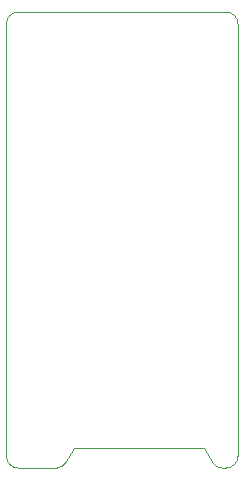
<source format=gbr>
%TF.GenerationSoftware,KiCad,Pcbnew,(6.0.6)*%
%TF.CreationDate,2022-07-10T18:13:28+02:00*%
%TF.ProjectId,epd,6570642e-6b69-4636-9164-5f7063625858,rev?*%
%TF.SameCoordinates,Original*%
%TF.FileFunction,Profile,NP*%
%FSLAX46Y46*%
G04 Gerber Fmt 4.6, Leading zero omitted, Abs format (unit mm)*
G04 Created by KiCad (PCBNEW (6.0.6)) date 2022-07-10 18:13:28*
%MOMM*%
%LPD*%
G01*
G04 APERTURE LIST*
%TA.AperFunction,Profile*%
%ADD10C,0.100000*%
%TD*%
G04 APERTURE END LIST*
D10*
X165449985Y-106075009D02*
G75*
G03*
X166200000Y-106500000I750015J449309D01*
G01*
X153700000Y-104800000D02*
X152950000Y-106075000D01*
X167550000Y-68900000D02*
G75*
G03*
X166550000Y-67900000I-1000000J0D01*
G01*
X147950000Y-105500000D02*
G75*
G03*
X148950000Y-106500000I1000000J0D01*
G01*
X167550000Y-68900000D02*
X167550000Y-105500000D01*
X166550000Y-106500000D02*
X166200000Y-106500000D01*
X148950000Y-106500000D02*
X152200000Y-106500000D01*
X152200000Y-106499983D02*
G75*
G03*
X152950000Y-106075000I0J874283D01*
G01*
X153700000Y-104800000D02*
X164700000Y-104800000D01*
X166550000Y-106500000D02*
G75*
G03*
X167550000Y-105500000I0J1000000D01*
G01*
X148950000Y-67900000D02*
X166550000Y-67900000D01*
X148950000Y-67900000D02*
G75*
G03*
X147950000Y-68900000I0J-1000000D01*
G01*
X164700000Y-104800000D02*
X165450000Y-106075000D01*
X147950000Y-105500000D02*
X147950000Y-68900000D01*
M02*

</source>
